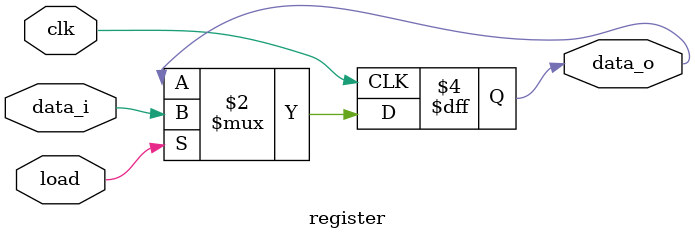
<source format=v>
module register #(
  parameter Size = 1 // parâmetro que indica o número de bits do registrador
) (
  input clk, // sinal de clock
  input [Size - 1:0] data_i, // entrada do registrador
  input load, // sinal de load síncrono
  output reg [Size - 1:0] data_o // saída do registrador
);

  always @(posedge clk) begin
    if (load) data_o <= data_i; //Para toda borda de clock, caso o load esteja ativado, carregamos a entrada no registrador.
  end

endmodule
</source>
